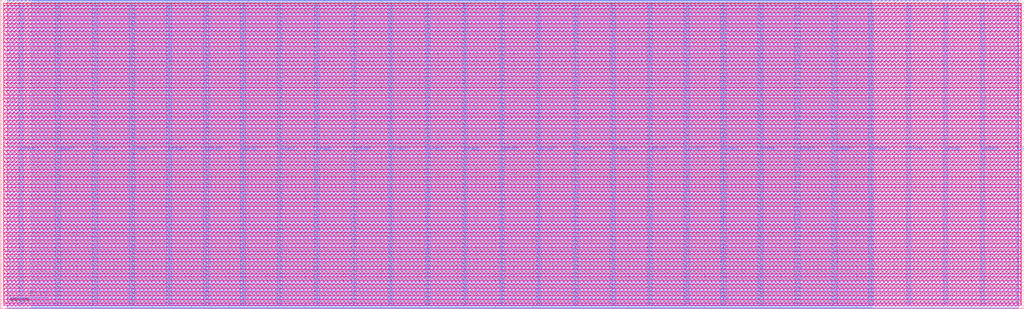
<source format=lef>
VERSION 5.7 ;
  NOWIREEXTENSIONATPIN ON ;
  DIVIDERCHAR "/" ;
  BUSBITCHARS "[]" ;
MACRO tt_um_schoeberl_wildcat
  CLASS BLOCK ;
  FOREIGN tt_um_schoeberl_wildcat ;
  ORIGIN 0.000 0.000 ;
  SIZE 1075.760 BY 325.360 ;
  PIN VGND
    DIRECTION INOUT ;
    USE GROUND ;
    PORT
      LAYER Metal4 ;
        RECT 22.180 3.620 23.780 321.740 ;
    END
    PORT
      LAYER Metal4 ;
        RECT 61.050 3.620 62.650 321.740 ;
    END
    PORT
      LAYER Metal4 ;
        RECT 99.920 3.620 101.520 321.740 ;
    END
    PORT
      LAYER Metal4 ;
        RECT 138.790 3.620 140.390 321.740 ;
    END
    PORT
      LAYER Metal4 ;
        RECT 177.660 3.620 179.260 321.740 ;
    END
    PORT
      LAYER Metal4 ;
        RECT 216.530 3.620 218.130 321.740 ;
    END
    PORT
      LAYER Metal4 ;
        RECT 255.400 3.620 257.000 321.740 ;
    END
    PORT
      LAYER Metal4 ;
        RECT 294.270 3.620 295.870 321.740 ;
    END
    PORT
      LAYER Metal4 ;
        RECT 333.140 3.620 334.740 321.740 ;
    END
    PORT
      LAYER Metal4 ;
        RECT 372.010 3.620 373.610 321.740 ;
    END
    PORT
      LAYER Metal4 ;
        RECT 410.880 3.620 412.480 321.740 ;
    END
    PORT
      LAYER Metal4 ;
        RECT 449.750 3.620 451.350 321.740 ;
    END
    PORT
      LAYER Metal4 ;
        RECT 488.620 3.620 490.220 321.740 ;
    END
    PORT
      LAYER Metal4 ;
        RECT 527.490 3.620 529.090 321.740 ;
    END
    PORT
      LAYER Metal4 ;
        RECT 566.360 3.620 567.960 321.740 ;
    END
    PORT
      LAYER Metal4 ;
        RECT 605.230 3.620 606.830 321.740 ;
    END
    PORT
      LAYER Metal4 ;
        RECT 644.100 3.620 645.700 321.740 ;
    END
    PORT
      LAYER Metal4 ;
        RECT 682.970 3.620 684.570 321.740 ;
    END
    PORT
      LAYER Metal4 ;
        RECT 721.840 3.620 723.440 321.740 ;
    END
    PORT
      LAYER Metal4 ;
        RECT 760.710 3.620 762.310 321.740 ;
    END
    PORT
      LAYER Metal4 ;
        RECT 799.580 3.620 801.180 321.740 ;
    END
    PORT
      LAYER Metal4 ;
        RECT 838.450 3.620 840.050 321.740 ;
    END
    PORT
      LAYER Metal4 ;
        RECT 877.320 3.620 878.920 321.740 ;
    END
    PORT
      LAYER Metal4 ;
        RECT 916.190 3.620 917.790 321.740 ;
    END
    PORT
      LAYER Metal4 ;
        RECT 955.060 3.620 956.660 321.740 ;
    END
    PORT
      LAYER Metal4 ;
        RECT 993.930 3.620 995.530 321.740 ;
    END
    PORT
      LAYER Metal4 ;
        RECT 1032.800 3.620 1034.400 321.740 ;
    END
  END VGND
  PIN VPWR
    DIRECTION INOUT ;
    USE POWER ;
    PORT
      LAYER Metal4 ;
        RECT 18.880 3.620 20.480 321.740 ;
    END
    PORT
      LAYER Metal4 ;
        RECT 57.750 3.620 59.350 321.740 ;
    END
    PORT
      LAYER Metal4 ;
        RECT 96.620 3.620 98.220 321.740 ;
    END
    PORT
      LAYER Metal4 ;
        RECT 135.490 3.620 137.090 321.740 ;
    END
    PORT
      LAYER Metal4 ;
        RECT 174.360 3.620 175.960 321.740 ;
    END
    PORT
      LAYER Metal4 ;
        RECT 213.230 3.620 214.830 321.740 ;
    END
    PORT
      LAYER Metal4 ;
        RECT 252.100 3.620 253.700 321.740 ;
    END
    PORT
      LAYER Metal4 ;
        RECT 290.970 3.620 292.570 321.740 ;
    END
    PORT
      LAYER Metal4 ;
        RECT 329.840 3.620 331.440 321.740 ;
    END
    PORT
      LAYER Metal4 ;
        RECT 368.710 3.620 370.310 321.740 ;
    END
    PORT
      LAYER Metal4 ;
        RECT 407.580 3.620 409.180 321.740 ;
    END
    PORT
      LAYER Metal4 ;
        RECT 446.450 3.620 448.050 321.740 ;
    END
    PORT
      LAYER Metal4 ;
        RECT 485.320 3.620 486.920 321.740 ;
    END
    PORT
      LAYER Metal4 ;
        RECT 524.190 3.620 525.790 321.740 ;
    END
    PORT
      LAYER Metal4 ;
        RECT 563.060 3.620 564.660 321.740 ;
    END
    PORT
      LAYER Metal4 ;
        RECT 601.930 3.620 603.530 321.740 ;
    END
    PORT
      LAYER Metal4 ;
        RECT 640.800 3.620 642.400 321.740 ;
    END
    PORT
      LAYER Metal4 ;
        RECT 679.670 3.620 681.270 321.740 ;
    END
    PORT
      LAYER Metal4 ;
        RECT 718.540 3.620 720.140 321.740 ;
    END
    PORT
      LAYER Metal4 ;
        RECT 757.410 3.620 759.010 321.740 ;
    END
    PORT
      LAYER Metal4 ;
        RECT 796.280 3.620 797.880 321.740 ;
    END
    PORT
      LAYER Metal4 ;
        RECT 835.150 3.620 836.750 321.740 ;
    END
    PORT
      LAYER Metal4 ;
        RECT 874.020 3.620 875.620 321.740 ;
    END
    PORT
      LAYER Metal4 ;
        RECT 912.890 3.620 914.490 321.740 ;
    END
    PORT
      LAYER Metal4 ;
        RECT 951.760 3.620 953.360 321.740 ;
    END
    PORT
      LAYER Metal4 ;
        RECT 990.630 3.620 992.230 321.740 ;
    END
    PORT
      LAYER Metal4 ;
        RECT 1029.500 3.620 1031.100 321.740 ;
    END
    PORT
      LAYER Metal4 ;
        RECT 1068.370 3.620 1069.970 321.740 ;
    END
  END VPWR
  PIN clk
    DIRECTION INPUT ;
    USE SIGNAL ;
    ANTENNAGATEAREA 4.738000 ;
    PORT
      LAYER Metal4 ;
        RECT 331.090 324.360 331.390 325.360 ;
    END
  END clk
  PIN ena
    DIRECTION INPUT ;
    USE SIGNAL ;
    PORT
      LAYER Metal4 ;
        RECT 338.370 324.360 338.670 325.360 ;
    END
  END ena
  PIN rst_n
    DIRECTION INPUT ;
    USE SIGNAL ;
    ANTENNAGATEAREA 2.204000 ;
    PORT
      LAYER Metal4 ;
        RECT 323.810 324.360 324.110 325.360 ;
    END
  END rst_n
  PIN ui_in[0]
    DIRECTION INPUT ;
    USE SIGNAL ;
    ANTENNAGATEAREA 1.102000 ;
    PORT
      LAYER Metal4 ;
        RECT 316.530 324.360 316.830 325.360 ;
    END
  END ui_in[0]
  PIN ui_in[1]
    DIRECTION INPUT ;
    USE SIGNAL ;
    ANTENNAGATEAREA 1.102000 ;
    PORT
      LAYER Metal4 ;
        RECT 309.250 324.360 309.550 325.360 ;
    END
  END ui_in[1]
  PIN ui_in[2]
    DIRECTION INPUT ;
    USE SIGNAL ;
    PORT
      LAYER Metal4 ;
        RECT 301.970 324.360 302.270 325.360 ;
    END
  END ui_in[2]
  PIN ui_in[3]
    DIRECTION INPUT ;
    USE SIGNAL ;
    PORT
      LAYER Metal4 ;
        RECT 294.690 324.360 294.990 325.360 ;
    END
  END ui_in[3]
  PIN ui_in[4]
    DIRECTION INPUT ;
    USE SIGNAL ;
    PORT
      LAYER Metal4 ;
        RECT 287.410 324.360 287.710 325.360 ;
    END
  END ui_in[4]
  PIN ui_in[5]
    DIRECTION INPUT ;
    USE SIGNAL ;
    PORT
      LAYER Metal4 ;
        RECT 280.130 324.360 280.430 325.360 ;
    END
  END ui_in[5]
  PIN ui_in[6]
    DIRECTION INPUT ;
    USE SIGNAL ;
    PORT
      LAYER Metal4 ;
        RECT 272.850 324.360 273.150 325.360 ;
    END
  END ui_in[6]
  PIN ui_in[7]
    DIRECTION INPUT ;
    USE SIGNAL ;
    PORT
      LAYER Metal4 ;
        RECT 265.570 324.360 265.870 325.360 ;
    END
  END ui_in[7]
  PIN uio_in[0]
    DIRECTION INPUT ;
    USE SIGNAL ;
    PORT
      LAYER Metal4 ;
        RECT 258.290 324.360 258.590 325.360 ;
    END
  END uio_in[0]
  PIN uio_in[1]
    DIRECTION INPUT ;
    USE SIGNAL ;
    PORT
      LAYER Metal4 ;
        RECT 251.010 324.360 251.310 325.360 ;
    END
  END uio_in[1]
  PIN uio_in[2]
    DIRECTION INPUT ;
    USE SIGNAL ;
    PORT
      LAYER Metal4 ;
        RECT 243.730 324.360 244.030 325.360 ;
    END
  END uio_in[2]
  PIN uio_in[3]
    DIRECTION INPUT ;
    USE SIGNAL ;
    PORT
      LAYER Metal4 ;
        RECT 236.450 324.360 236.750 325.360 ;
    END
  END uio_in[3]
  PIN uio_in[4]
    DIRECTION INPUT ;
    USE SIGNAL ;
    PORT
      LAYER Metal4 ;
        RECT 229.170 324.360 229.470 325.360 ;
    END
  END uio_in[4]
  PIN uio_in[5]
    DIRECTION INPUT ;
    USE SIGNAL ;
    PORT
      LAYER Metal4 ;
        RECT 221.890 324.360 222.190 325.360 ;
    END
  END uio_in[5]
  PIN uio_in[6]
    DIRECTION INPUT ;
    USE SIGNAL ;
    PORT
      LAYER Metal4 ;
        RECT 214.610 324.360 214.910 325.360 ;
    END
  END uio_in[6]
  PIN uio_in[7]
    DIRECTION INPUT ;
    USE SIGNAL ;
    PORT
      LAYER Metal4 ;
        RECT 207.330 324.360 207.630 325.360 ;
    END
  END uio_in[7]
  PIN uio_oe[0]
    DIRECTION OUTPUT ;
    USE SIGNAL ;
    ANTENNADIFFAREA 0.360800 ;
    PORT
      LAYER Metal4 ;
        RECT 83.570 324.360 83.870 325.360 ;
    END
  END uio_oe[0]
  PIN uio_oe[1]
    DIRECTION OUTPUT ;
    USE SIGNAL ;
    ANTENNADIFFAREA 0.360800 ;
    PORT
      LAYER Metal4 ;
        RECT 76.290 324.360 76.590 325.360 ;
    END
  END uio_oe[1]
  PIN uio_oe[2]
    DIRECTION OUTPUT ;
    USE SIGNAL ;
    ANTENNADIFFAREA 0.360800 ;
    PORT
      LAYER Metal4 ;
        RECT 69.010 324.360 69.310 325.360 ;
    END
  END uio_oe[2]
  PIN uio_oe[3]
    DIRECTION OUTPUT ;
    USE SIGNAL ;
    ANTENNADIFFAREA 0.360800 ;
    PORT
      LAYER Metal4 ;
        RECT 61.730 324.360 62.030 325.360 ;
    END
  END uio_oe[3]
  PIN uio_oe[4]
    DIRECTION OUTPUT ;
    USE SIGNAL ;
    ANTENNADIFFAREA 0.360800 ;
    PORT
      LAYER Metal4 ;
        RECT 54.450 324.360 54.750 325.360 ;
    END
  END uio_oe[4]
  PIN uio_oe[5]
    DIRECTION OUTPUT ;
    USE SIGNAL ;
    ANTENNADIFFAREA 0.360800 ;
    PORT
      LAYER Metal4 ;
        RECT 47.170 324.360 47.470 325.360 ;
    END
  END uio_oe[5]
  PIN uio_oe[6]
    DIRECTION OUTPUT ;
    USE SIGNAL ;
    ANTENNADIFFAREA 0.360800 ;
    PORT
      LAYER Metal4 ;
        RECT 39.890 324.360 40.190 325.360 ;
    END
  END uio_oe[6]
  PIN uio_oe[7]
    DIRECTION OUTPUT ;
    USE SIGNAL ;
    ANTENNADIFFAREA 0.360800 ;
    PORT
      LAYER Metal4 ;
        RECT 32.610 324.360 32.910 325.360 ;
    END
  END uio_oe[7]
  PIN uio_out[0]
    DIRECTION OUTPUT ;
    USE SIGNAL ;
    ANTENNADIFFAREA 0.360800 ;
    PORT
      LAYER Metal4 ;
        RECT 141.810 324.360 142.110 325.360 ;
    END
  END uio_out[0]
  PIN uio_out[1]
    DIRECTION OUTPUT ;
    USE SIGNAL ;
    ANTENNADIFFAREA 0.360800 ;
    PORT
      LAYER Metal4 ;
        RECT 134.530 324.360 134.830 325.360 ;
    END
  END uio_out[1]
  PIN uio_out[2]
    DIRECTION OUTPUT ;
    USE SIGNAL ;
    ANTENNADIFFAREA 0.360800 ;
    PORT
      LAYER Metal4 ;
        RECT 127.250 324.360 127.550 325.360 ;
    END
  END uio_out[2]
  PIN uio_out[3]
    DIRECTION OUTPUT ;
    USE SIGNAL ;
    ANTENNADIFFAREA 0.360800 ;
    PORT
      LAYER Metal4 ;
        RECT 119.970 324.360 120.270 325.360 ;
    END
  END uio_out[3]
  PIN uio_out[4]
    DIRECTION OUTPUT ;
    USE SIGNAL ;
    ANTENNADIFFAREA 0.360800 ;
    PORT
      LAYER Metal4 ;
        RECT 112.690 324.360 112.990 325.360 ;
    END
  END uio_out[4]
  PIN uio_out[5]
    DIRECTION OUTPUT ;
    USE SIGNAL ;
    ANTENNADIFFAREA 0.360800 ;
    PORT
      LAYER Metal4 ;
        RECT 105.410 324.360 105.710 325.360 ;
    END
  END uio_out[5]
  PIN uio_out[6]
    DIRECTION OUTPUT ;
    USE SIGNAL ;
    ANTENNADIFFAREA 0.360800 ;
    PORT
      LAYER Metal4 ;
        RECT 98.130 324.360 98.430 325.360 ;
    END
  END uio_out[6]
  PIN uio_out[7]
    DIRECTION OUTPUT ;
    USE SIGNAL ;
    ANTENNADIFFAREA 0.360800 ;
    PORT
      LAYER Metal4 ;
        RECT 90.850 324.360 91.150 325.360 ;
    END
  END uio_out[7]
  PIN uo_out[0]
    DIRECTION OUTPUT ;
    USE SIGNAL ;
    ANTENNADIFFAREA 4.030500 ;
    PORT
      LAYER Metal4 ;
        RECT 200.050 324.360 200.350 325.360 ;
    END
  END uo_out[0]
  PIN uo_out[1]
    DIRECTION OUTPUT ;
    USE SIGNAL ;
    ANTENNADIFFAREA 4.389000 ;
    PORT
      LAYER Metal4 ;
        RECT 192.770 324.360 193.070 325.360 ;
    END
  END uo_out[1]
  PIN uo_out[2]
    DIRECTION OUTPUT ;
    USE SIGNAL ;
    ANTENNADIFFAREA 3.879200 ;
    PORT
      LAYER Metal4 ;
        RECT 185.490 324.360 185.790 325.360 ;
    END
  END uo_out[2]
  PIN uo_out[3]
    DIRECTION OUTPUT ;
    USE SIGNAL ;
    ANTENNADIFFAREA 1.182800 ;
    PORT
      LAYER Metal4 ;
        RECT 178.210 324.360 178.510 325.360 ;
    END
  END uo_out[3]
  PIN uo_out[4]
    DIRECTION OUTPUT ;
    USE SIGNAL ;
    ANTENNADIFFAREA 5.279000 ;
    PORT
      LAYER Metal4 ;
        RECT 170.930 324.360 171.230 325.360 ;
    END
  END uo_out[4]
  PIN uo_out[5]
    DIRECTION OUTPUT ;
    USE SIGNAL ;
    ANTENNADIFFAREA 5.279000 ;
    PORT
      LAYER Metal4 ;
        RECT 163.650 324.360 163.950 325.360 ;
    END
  END uo_out[5]
  PIN uo_out[6]
    DIRECTION OUTPUT ;
    USE SIGNAL ;
    ANTENNADIFFAREA 4.030500 ;
    PORT
      LAYER Metal4 ;
        RECT 156.370 324.360 156.670 325.360 ;
    END
  END uo_out[6]
  PIN uo_out[7]
    DIRECTION OUTPUT ;
    USE SIGNAL ;
    ANTENNADIFFAREA 2.365600 ;
    PORT
      LAYER Metal4 ;
        RECT 149.090 324.360 149.390 325.360 ;
    END
  END uo_out[7]
  OBS
      LAYER Nwell ;
        RECT 2.930 319.280 1072.830 321.870 ;
      LAYER Pwell ;
        RECT 2.930 315.760 1072.830 319.280 ;
      LAYER Nwell ;
        RECT 2.930 311.440 1072.830 315.760 ;
      LAYER Pwell ;
        RECT 2.930 307.920 1072.830 311.440 ;
      LAYER Nwell ;
        RECT 2.930 303.600 1072.830 307.920 ;
      LAYER Pwell ;
        RECT 2.930 300.080 1072.830 303.600 ;
      LAYER Nwell ;
        RECT 2.930 295.760 1072.830 300.080 ;
      LAYER Pwell ;
        RECT 2.930 292.240 1072.830 295.760 ;
      LAYER Nwell ;
        RECT 2.930 287.920 1072.830 292.240 ;
      LAYER Pwell ;
        RECT 2.930 284.400 1072.830 287.920 ;
      LAYER Nwell ;
        RECT 2.930 280.080 1072.830 284.400 ;
      LAYER Pwell ;
        RECT 2.930 276.560 1072.830 280.080 ;
      LAYER Nwell ;
        RECT 2.930 272.240 1072.830 276.560 ;
      LAYER Pwell ;
        RECT 2.930 268.720 1072.830 272.240 ;
      LAYER Nwell ;
        RECT 2.930 264.400 1072.830 268.720 ;
      LAYER Pwell ;
        RECT 2.930 260.880 1072.830 264.400 ;
      LAYER Nwell ;
        RECT 2.930 256.560 1072.830 260.880 ;
      LAYER Pwell ;
        RECT 2.930 253.040 1072.830 256.560 ;
      LAYER Nwell ;
        RECT 2.930 248.720 1072.830 253.040 ;
      LAYER Pwell ;
        RECT 2.930 245.200 1072.830 248.720 ;
      LAYER Nwell ;
        RECT 2.930 240.880 1072.830 245.200 ;
      LAYER Pwell ;
        RECT 2.930 237.360 1072.830 240.880 ;
      LAYER Nwell ;
        RECT 2.930 233.040 1072.830 237.360 ;
      LAYER Pwell ;
        RECT 2.930 229.520 1072.830 233.040 ;
      LAYER Nwell ;
        RECT 2.930 225.200 1072.830 229.520 ;
      LAYER Pwell ;
        RECT 2.930 221.680 1072.830 225.200 ;
      LAYER Nwell ;
        RECT 2.930 217.360 1072.830 221.680 ;
      LAYER Pwell ;
        RECT 2.930 213.840 1072.830 217.360 ;
      LAYER Nwell ;
        RECT 2.930 209.520 1072.830 213.840 ;
      LAYER Pwell ;
        RECT 2.930 206.000 1072.830 209.520 ;
      LAYER Nwell ;
        RECT 2.930 201.680 1072.830 206.000 ;
      LAYER Pwell ;
        RECT 2.930 198.160 1072.830 201.680 ;
      LAYER Nwell ;
        RECT 2.930 193.840 1072.830 198.160 ;
      LAYER Pwell ;
        RECT 2.930 190.320 1072.830 193.840 ;
      LAYER Nwell ;
        RECT 2.930 186.000 1072.830 190.320 ;
      LAYER Pwell ;
        RECT 2.930 182.480 1072.830 186.000 ;
      LAYER Nwell ;
        RECT 2.930 178.160 1072.830 182.480 ;
      LAYER Pwell ;
        RECT 2.930 174.640 1072.830 178.160 ;
      LAYER Nwell ;
        RECT 2.930 170.320 1072.830 174.640 ;
      LAYER Pwell ;
        RECT 2.930 166.800 1072.830 170.320 ;
      LAYER Nwell ;
        RECT 2.930 162.480 1072.830 166.800 ;
      LAYER Pwell ;
        RECT 2.930 158.960 1072.830 162.480 ;
      LAYER Nwell ;
        RECT 2.930 154.640 1072.830 158.960 ;
      LAYER Pwell ;
        RECT 2.930 151.120 1072.830 154.640 ;
      LAYER Nwell ;
        RECT 2.930 146.800 1072.830 151.120 ;
      LAYER Pwell ;
        RECT 2.930 143.280 1072.830 146.800 ;
      LAYER Nwell ;
        RECT 2.930 138.960 1072.830 143.280 ;
      LAYER Pwell ;
        RECT 2.930 135.440 1072.830 138.960 ;
      LAYER Nwell ;
        RECT 2.930 131.120 1072.830 135.440 ;
      LAYER Pwell ;
        RECT 2.930 127.600 1072.830 131.120 ;
      LAYER Nwell ;
        RECT 2.930 123.280 1072.830 127.600 ;
      LAYER Pwell ;
        RECT 2.930 119.760 1072.830 123.280 ;
      LAYER Nwell ;
        RECT 2.930 115.440 1072.830 119.760 ;
      LAYER Pwell ;
        RECT 2.930 111.920 1072.830 115.440 ;
      LAYER Nwell ;
        RECT 2.930 107.600 1072.830 111.920 ;
      LAYER Pwell ;
        RECT 2.930 104.080 1072.830 107.600 ;
      LAYER Nwell ;
        RECT 2.930 99.760 1072.830 104.080 ;
      LAYER Pwell ;
        RECT 2.930 96.240 1072.830 99.760 ;
      LAYER Nwell ;
        RECT 2.930 91.920 1072.830 96.240 ;
      LAYER Pwell ;
        RECT 2.930 88.400 1072.830 91.920 ;
      LAYER Nwell ;
        RECT 2.930 84.080 1072.830 88.400 ;
      LAYER Pwell ;
        RECT 2.930 80.560 1072.830 84.080 ;
      LAYER Nwell ;
        RECT 2.930 76.240 1072.830 80.560 ;
      LAYER Pwell ;
        RECT 2.930 72.720 1072.830 76.240 ;
      LAYER Nwell ;
        RECT 2.930 68.400 1072.830 72.720 ;
      LAYER Pwell ;
        RECT 2.930 64.880 1072.830 68.400 ;
      LAYER Nwell ;
        RECT 2.930 60.560 1072.830 64.880 ;
      LAYER Pwell ;
        RECT 2.930 57.040 1072.830 60.560 ;
      LAYER Nwell ;
        RECT 2.930 52.720 1072.830 57.040 ;
      LAYER Pwell ;
        RECT 2.930 49.200 1072.830 52.720 ;
      LAYER Nwell ;
        RECT 2.930 44.880 1072.830 49.200 ;
      LAYER Pwell ;
        RECT 2.930 41.360 1072.830 44.880 ;
      LAYER Nwell ;
        RECT 2.930 37.040 1072.830 41.360 ;
      LAYER Pwell ;
        RECT 2.930 33.520 1072.830 37.040 ;
      LAYER Nwell ;
        RECT 2.930 29.200 1072.830 33.520 ;
      LAYER Pwell ;
        RECT 2.930 25.680 1072.830 29.200 ;
      LAYER Nwell ;
        RECT 2.930 21.360 1072.830 25.680 ;
      LAYER Pwell ;
        RECT 2.930 17.840 1072.830 21.360 ;
      LAYER Nwell ;
        RECT 2.930 13.520 1072.830 17.840 ;
      LAYER Pwell ;
        RECT 2.930 10.000 1072.830 13.520 ;
      LAYER Nwell ;
        RECT 2.930 5.680 1072.830 10.000 ;
      LAYER Pwell ;
        RECT 2.930 3.490 1072.830 5.680 ;
      LAYER Metal1 ;
        RECT 3.360 3.620 1072.400 321.740 ;
      LAYER Metal2 ;
        RECT 6.860 0.650 1069.830 324.710 ;
      LAYER Metal3 ;
        RECT 6.810 0.700 1069.880 324.660 ;
      LAYER Metal4 ;
        RECT 33.210 324.060 39.590 324.360 ;
        RECT 40.490 324.060 46.870 324.360 ;
        RECT 47.770 324.060 54.150 324.360 ;
        RECT 55.050 324.060 61.430 324.360 ;
        RECT 62.330 324.060 68.710 324.360 ;
        RECT 69.610 324.060 75.990 324.360 ;
        RECT 76.890 324.060 83.270 324.360 ;
        RECT 84.170 324.060 90.550 324.360 ;
        RECT 91.450 324.060 97.830 324.360 ;
        RECT 98.730 324.060 105.110 324.360 ;
        RECT 106.010 324.060 112.390 324.360 ;
        RECT 113.290 324.060 119.670 324.360 ;
        RECT 120.570 324.060 126.950 324.360 ;
        RECT 127.850 324.060 134.230 324.360 ;
        RECT 135.130 324.060 141.510 324.360 ;
        RECT 142.410 324.060 148.790 324.360 ;
        RECT 149.690 324.060 156.070 324.360 ;
        RECT 156.970 324.060 163.350 324.360 ;
        RECT 164.250 324.060 170.630 324.360 ;
        RECT 171.530 324.060 177.910 324.360 ;
        RECT 178.810 324.060 185.190 324.360 ;
        RECT 186.090 324.060 192.470 324.360 ;
        RECT 193.370 324.060 199.750 324.360 ;
        RECT 200.650 324.060 207.030 324.360 ;
        RECT 207.930 324.060 214.310 324.360 ;
        RECT 215.210 324.060 221.590 324.360 ;
        RECT 222.490 324.060 228.870 324.360 ;
        RECT 229.770 324.060 236.150 324.360 ;
        RECT 237.050 324.060 243.430 324.360 ;
        RECT 244.330 324.060 250.710 324.360 ;
        RECT 251.610 324.060 257.990 324.360 ;
        RECT 258.890 324.060 265.270 324.360 ;
        RECT 266.170 324.060 272.550 324.360 ;
        RECT 273.450 324.060 279.830 324.360 ;
        RECT 280.730 324.060 287.110 324.360 ;
        RECT 288.010 324.060 294.390 324.360 ;
        RECT 295.290 324.060 301.670 324.360 ;
        RECT 302.570 324.060 308.950 324.360 ;
        RECT 309.850 324.060 316.230 324.360 ;
        RECT 317.130 324.060 323.510 324.360 ;
        RECT 324.410 324.060 330.790 324.360 ;
        RECT 331.690 324.060 338.070 324.360 ;
        RECT 338.970 324.060 915.460 324.360 ;
        RECT 32.620 322.040 915.460 324.060 ;
        RECT 32.620 3.320 57.450 322.040 ;
        RECT 59.650 3.320 60.750 322.040 ;
        RECT 62.950 3.320 96.320 322.040 ;
        RECT 98.520 3.320 99.620 322.040 ;
        RECT 101.820 3.320 135.190 322.040 ;
        RECT 137.390 3.320 138.490 322.040 ;
        RECT 140.690 3.320 174.060 322.040 ;
        RECT 176.260 3.320 177.360 322.040 ;
        RECT 179.560 3.320 212.930 322.040 ;
        RECT 215.130 3.320 216.230 322.040 ;
        RECT 218.430 3.320 251.800 322.040 ;
        RECT 254.000 3.320 255.100 322.040 ;
        RECT 257.300 3.320 290.670 322.040 ;
        RECT 292.870 3.320 293.970 322.040 ;
        RECT 296.170 3.320 329.540 322.040 ;
        RECT 331.740 3.320 332.840 322.040 ;
        RECT 335.040 3.320 368.410 322.040 ;
        RECT 370.610 3.320 371.710 322.040 ;
        RECT 373.910 3.320 407.280 322.040 ;
        RECT 409.480 3.320 410.580 322.040 ;
        RECT 412.780 3.320 446.150 322.040 ;
        RECT 448.350 3.320 449.450 322.040 ;
        RECT 451.650 3.320 485.020 322.040 ;
        RECT 487.220 3.320 488.320 322.040 ;
        RECT 490.520 3.320 523.890 322.040 ;
        RECT 526.090 3.320 527.190 322.040 ;
        RECT 529.390 3.320 562.760 322.040 ;
        RECT 564.960 3.320 566.060 322.040 ;
        RECT 568.260 3.320 601.630 322.040 ;
        RECT 603.830 3.320 604.930 322.040 ;
        RECT 607.130 3.320 640.500 322.040 ;
        RECT 642.700 3.320 643.800 322.040 ;
        RECT 646.000 3.320 679.370 322.040 ;
        RECT 681.570 3.320 682.670 322.040 ;
        RECT 684.870 3.320 718.240 322.040 ;
        RECT 720.440 3.320 721.540 322.040 ;
        RECT 723.740 3.320 757.110 322.040 ;
        RECT 759.310 3.320 760.410 322.040 ;
        RECT 762.610 3.320 795.980 322.040 ;
        RECT 798.180 3.320 799.280 322.040 ;
        RECT 801.480 3.320 834.850 322.040 ;
        RECT 837.050 3.320 838.150 322.040 ;
        RECT 840.350 3.320 873.720 322.040 ;
        RECT 875.920 3.320 877.020 322.040 ;
        RECT 879.220 3.320 912.590 322.040 ;
        RECT 914.790 3.320 915.460 322.040 ;
        RECT 32.620 1.210 915.460 3.320 ;
  END
END tt_um_schoeberl_wildcat
END LIBRARY


</source>
